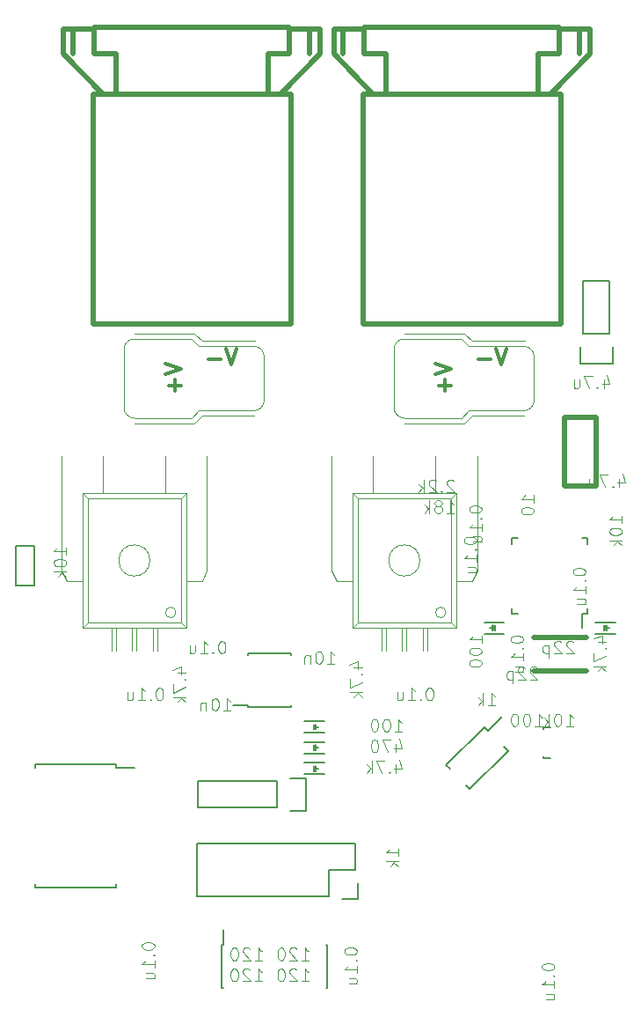
<source format=gbr>
G04 #@! TF.FileFunction,Legend,Bot*
%FSLAX46Y46*%
G04 Gerber Fmt 4.6, Leading zero omitted, Abs format (unit mm)*
G04 Created by KiCad (PCBNEW 4.0.4-stable) date 12/22/16 13:47:29*
%MOMM*%
%LPD*%
G01*
G04 APERTURE LIST*
%ADD10C,0.100000*%
%ADD11C,0.150000*%
%ADD12C,0.500000*%
%ADD13C,0.200000*%
%ADD14C,0.101600*%
%ADD15C,0.304800*%
G04 APERTURE END LIST*
D10*
X59000000Y-46500000D02*
X59000000Y-34500000D01*
X50000000Y-46500000D02*
X59000000Y-46500000D01*
X59000000Y-46500000D02*
X59500000Y-47000000D01*
X50000000Y-34500000D02*
X50000000Y-46500000D01*
X50000000Y-46500000D02*
X49500000Y-47000000D01*
X50000000Y-34500000D02*
X49500000Y-34000000D01*
X59000000Y-34500000D02*
X50000000Y-34500000D01*
X59500000Y-34000000D02*
X59000000Y-34500000D01*
X47500000Y-41500000D02*
X47500000Y-30500000D01*
X48000000Y-42500000D02*
X49500000Y-42500000D01*
X48000000Y-42500000D02*
X47500000Y-41500000D01*
X61500000Y-41500000D02*
X61500000Y-30500000D01*
X61000000Y-42500000D02*
X59500000Y-42500000D01*
X61500000Y-41500000D02*
X61000000Y-42500000D01*
X58500000Y-45500000D02*
G75*
G03X58500000Y-45500000I-500000J0D01*
G01*
X56000000Y-40500000D02*
G75*
G03X56000000Y-40500000I-1500000J0D01*
G01*
X52300000Y-47000000D02*
X52300000Y-49200000D01*
X52700000Y-47000000D02*
X52700000Y-49200000D01*
X56300000Y-47000000D02*
X56300000Y-49200000D01*
X56700000Y-47000000D02*
X56700000Y-49200000D01*
X54300000Y-47000000D02*
X54300000Y-49200000D01*
X54700000Y-47000000D02*
X54700000Y-49200000D01*
X51500000Y-30500000D02*
X51500000Y-34000000D01*
X57500000Y-30500000D02*
X57500000Y-34000000D01*
X49500000Y-47000000D02*
X59500000Y-47000000D01*
X59500000Y-34000000D02*
X49500000Y-34000000D01*
X59500000Y-34000000D02*
X59500000Y-47000000D01*
X49500000Y-34000000D02*
X49500000Y-47000000D01*
X33000000Y-46500000D02*
X33000000Y-34500000D01*
X24000000Y-46500000D02*
X33000000Y-46500000D01*
X33000000Y-46500000D02*
X33500000Y-47000000D01*
X24000000Y-34500000D02*
X24000000Y-46500000D01*
X24000000Y-46500000D02*
X23500000Y-47000000D01*
X24000000Y-34500000D02*
X23500000Y-34000000D01*
X33000000Y-34500000D02*
X24000000Y-34500000D01*
X33500000Y-34000000D02*
X33000000Y-34500000D01*
X21500000Y-41500000D02*
X21500000Y-30500000D01*
X22000000Y-42500000D02*
X23500000Y-42500000D01*
X22000000Y-42500000D02*
X21500000Y-41500000D01*
X35500000Y-41500000D02*
X35500000Y-30500000D01*
X35000000Y-42500000D02*
X33500000Y-42500000D01*
X35500000Y-41500000D02*
X35000000Y-42500000D01*
X32500000Y-45500000D02*
G75*
G03X32500000Y-45500000I-500000J0D01*
G01*
X30000000Y-40500000D02*
G75*
G03X30000000Y-40500000I-1500000J0D01*
G01*
X26300000Y-47000000D02*
X26300000Y-49200000D01*
X26700000Y-47000000D02*
X26700000Y-49200000D01*
X30300000Y-47000000D02*
X30300000Y-49200000D01*
X30700000Y-47000000D02*
X30700000Y-49200000D01*
X28300000Y-47000000D02*
X28300000Y-49200000D01*
X28700000Y-47000000D02*
X28700000Y-49200000D01*
X25500000Y-30500000D02*
X25500000Y-34000000D01*
X31500000Y-30500000D02*
X31500000Y-34000000D01*
X23500000Y-47000000D02*
X33500000Y-47000000D01*
X33500000Y-34000000D02*
X23500000Y-34000000D01*
X33500000Y-34000000D02*
X33500000Y-47000000D01*
X23500000Y-34000000D02*
X23500000Y-47000000D01*
D11*
X42230000Y-64270000D02*
X34610000Y-64270000D01*
X42230000Y-61730000D02*
X34610000Y-61730000D01*
X45050000Y-61450000D02*
X43500000Y-61450000D01*
X34610000Y-64270000D02*
X34610000Y-61730000D01*
X42230000Y-61730000D02*
X42230000Y-64270000D01*
X43500000Y-64550000D02*
X45050000Y-64550000D01*
X45050000Y-64550000D02*
X45050000Y-61450000D01*
D12*
X22600000Y8200000D02*
X22600000Y10600000D01*
X21700000Y10600000D02*
X21700000Y8200000D01*
X24600000Y10600000D02*
X21700000Y10600000D01*
X46400000Y10600000D02*
X46400000Y8200000D01*
X45400000Y8200000D02*
X45400000Y10600000D01*
X43400000Y10600000D02*
X46400000Y10600000D01*
X24600000Y10800000D02*
X43400000Y10800000D01*
X46400000Y8200000D02*
X42600000Y4300000D01*
X21700000Y8200000D02*
X25500000Y4300000D01*
X26700000Y8200000D02*
X26700000Y4300000D01*
X41400000Y8200000D02*
X41400000Y4300000D01*
X43400000Y8200000D02*
X41400000Y8200000D01*
X43400000Y8200000D02*
X43400000Y10800000D01*
X24600000Y8200000D02*
X26700000Y8200000D01*
X24600000Y8200000D02*
X24600000Y10800000D01*
X24500000Y-17800000D02*
X43600000Y-17800000D01*
X43600000Y-17800000D02*
X43600000Y4300000D01*
X43600000Y4300000D02*
X24500000Y4300000D01*
X24500000Y-17800000D02*
X24500000Y4300000D01*
X48600000Y8200000D02*
X48600000Y10600000D01*
X47700000Y10600000D02*
X47700000Y8200000D01*
X50600000Y10600000D02*
X47700000Y10600000D01*
X72400000Y10600000D02*
X72400000Y8200000D01*
X71400000Y8200000D02*
X71400000Y10600000D01*
X69400000Y10600000D02*
X72400000Y10600000D01*
X50600000Y10800000D02*
X69400000Y10800000D01*
X72400000Y8200000D02*
X68600000Y4300000D01*
X47700000Y8200000D02*
X51500000Y4300000D01*
X52700000Y8200000D02*
X52700000Y4300000D01*
X67400000Y8200000D02*
X67400000Y4300000D01*
X69400000Y8200000D02*
X67400000Y8200000D01*
X69400000Y8200000D02*
X69400000Y10800000D01*
X50600000Y8200000D02*
X52700000Y8200000D01*
X50600000Y8200000D02*
X50600000Y10800000D01*
X50500000Y-17800000D02*
X69600000Y-17800000D01*
X69600000Y-17800000D02*
X69600000Y4300000D01*
X69600000Y4300000D02*
X50500000Y4300000D01*
X50500000Y-17800000D02*
X50500000Y4300000D01*
D11*
X39425000Y-54575000D02*
X39425000Y-54430000D01*
X43575000Y-54575000D02*
X43575000Y-54430000D01*
X43575000Y-49425000D02*
X43575000Y-49570000D01*
X39425000Y-49425000D02*
X39425000Y-49570000D01*
X39425000Y-54575000D02*
X43575000Y-54575000D01*
X39425000Y-49425000D02*
X43575000Y-49425000D01*
X39425000Y-54430000D02*
X38025000Y-54430000D01*
X26735000Y-60090000D02*
X26735000Y-60435000D01*
X18985000Y-60090000D02*
X18985000Y-60435000D01*
X18985000Y-71990000D02*
X18985000Y-71645000D01*
X26735000Y-71990000D02*
X26735000Y-71645000D01*
X26735000Y-60090000D02*
X18985000Y-60090000D01*
X26735000Y-71990000D02*
X18985000Y-71990000D01*
X26735000Y-60435000D02*
X28560000Y-60435000D01*
X34530000Y-67690000D02*
X49770000Y-67690000D01*
X47230000Y-72770000D02*
X34530000Y-72770000D01*
X34530000Y-67690000D02*
X34530000Y-72770000D01*
X49770000Y-67690000D02*
X49770000Y-70230000D01*
X50050000Y-71500000D02*
X50050000Y-73050000D01*
X49770000Y-70230000D02*
X47230000Y-70230000D01*
X47230000Y-70230000D02*
X47230000Y-72770000D01*
X50050000Y-73050000D02*
X48500000Y-73050000D01*
X74550000Y-20000000D02*
X74550000Y-21550000D01*
X74550000Y-21550000D02*
X71450000Y-21550000D01*
X71450000Y-21550000D02*
X71450000Y-20000000D01*
X74270000Y-18730000D02*
X74270000Y-13650000D01*
X74270000Y-13650000D02*
X71730000Y-13650000D01*
X71730000Y-13650000D02*
X71730000Y-18730000D01*
X71730000Y-18730000D02*
X74270000Y-18730000D01*
D12*
X73000000Y-26700000D02*
X69900000Y-26700000D01*
X73000000Y-33300000D02*
X69900000Y-33300000D01*
X69900000Y-33300000D02*
X69900000Y-26700000D01*
X73000000Y-33300000D02*
X73000000Y-26700000D01*
X72000000Y-51100000D02*
X67000000Y-51100000D01*
X67000000Y-47900000D02*
X72000000Y-47900000D01*
D11*
X18889000Y-39095000D02*
X18889000Y-42905000D01*
X18889000Y-42905000D02*
X17111000Y-42905000D01*
X17111000Y-42905000D02*
X17111000Y-39095000D01*
X18889000Y-39095000D02*
X17111000Y-39095000D01*
X36925000Y-77425000D02*
X37030000Y-77425000D01*
X36925000Y-81575000D02*
X37030000Y-81575000D01*
X47075000Y-81575000D02*
X46970000Y-81575000D01*
X47075000Y-77425000D02*
X46970000Y-77425000D01*
X36925000Y-77425000D02*
X36925000Y-81575000D01*
X47075000Y-77425000D02*
X47075000Y-81575000D01*
X37030000Y-77425000D02*
X37030000Y-76050000D01*
X68550800Y-56500180D02*
X67849760Y-56500180D01*
X67849760Y-56500180D02*
X67849760Y-56749100D01*
X67849760Y-59299160D02*
X67849760Y-59499820D01*
X67849760Y-59499820D02*
X68550800Y-59499820D01*
D13*
X64116295Y-58439340D02*
X64469848Y-58792893D01*
X64469848Y-58792893D02*
X60792893Y-62469848D01*
X60792893Y-62469848D02*
X60439340Y-62116295D01*
X62560660Y-56883705D02*
X62207107Y-56530152D01*
X62207107Y-56530152D02*
X58530152Y-60207107D01*
X58530152Y-60207107D02*
X58883705Y-60560660D01*
X63904163Y-55540202D02*
X62560660Y-56883705D01*
D11*
X72125000Y-45625000D02*
X71600000Y-45625000D01*
X72125000Y-38375000D02*
X71600000Y-38375000D01*
X64875000Y-38375000D02*
X65400000Y-38375000D01*
X64875000Y-45625000D02*
X65400000Y-45625000D01*
X72125000Y-45625000D02*
X72125000Y-45100000D01*
X64875000Y-45625000D02*
X64875000Y-45100000D01*
X64875000Y-38375000D02*
X64875000Y-38900000D01*
X72125000Y-38375000D02*
X72125000Y-38900000D01*
X71600000Y-45625000D02*
X71600000Y-47000000D01*
D10*
X28500000Y-27300000D02*
X34300000Y-27300000D01*
X40000000Y-26600000D02*
X35000000Y-26600000D01*
X40100000Y-19400000D02*
X35000000Y-19400000D01*
X28500000Y-18700000D02*
X34300000Y-18700000D01*
X28500000Y-19200000D02*
X34000000Y-19200000D01*
X27500000Y-25800000D02*
X27500000Y-20200000D01*
X34000000Y-26800000D02*
X28500000Y-26800000D01*
X40000000Y-26100000D02*
X34700000Y-26100000D01*
X40000000Y-19900000D02*
X34700000Y-19900000D01*
X41000000Y-25100000D02*
X41000000Y-20900000D01*
X41000000Y-25100000D02*
G75*
G02X40000000Y-26100000I-1000000J0D01*
G01*
X40000000Y-19900000D02*
G75*
G02X41000000Y-20900000I0J-1000000D01*
G01*
X28500000Y-26800000D02*
G75*
G02X27500000Y-25800000I0J1000000D01*
G01*
X27500000Y-20200000D02*
G75*
G02X28500000Y-19200000I1000000J0D01*
G01*
X34300000Y-18700000D02*
X35000000Y-19400000D01*
X34300000Y-27300000D02*
X35000000Y-26600000D01*
X34000000Y-26800000D02*
X34700000Y-26100000D01*
X34000000Y-19200000D02*
X34700000Y-19900000D01*
X54500000Y-27300000D02*
X60300000Y-27300000D01*
X66000000Y-26600000D02*
X61000000Y-26600000D01*
X66100000Y-19400000D02*
X61000000Y-19400000D01*
X54500000Y-18700000D02*
X60300000Y-18700000D01*
X54500000Y-19200000D02*
X60000000Y-19200000D01*
X53500000Y-25800000D02*
X53500000Y-20200000D01*
X60000000Y-26800000D02*
X54500000Y-26800000D01*
X66000000Y-26100000D02*
X60700000Y-26100000D01*
X66000000Y-19900000D02*
X60700000Y-19900000D01*
X67000000Y-25100000D02*
X67000000Y-20900000D01*
X67000000Y-25100000D02*
G75*
G02X66000000Y-26100000I-1000000J0D01*
G01*
X66000000Y-19900000D02*
G75*
G02X67000000Y-20900000I0J-1000000D01*
G01*
X54500000Y-26800000D02*
G75*
G02X53500000Y-25800000I0J1000000D01*
G01*
X53500000Y-20200000D02*
G75*
G02X54500000Y-19200000I1000000J0D01*
G01*
X60300000Y-18700000D02*
X61000000Y-19400000D01*
X60300000Y-27300000D02*
X61000000Y-26600000D01*
X60000000Y-26800000D02*
X60700000Y-26100000D01*
X60000000Y-19200000D02*
X60700000Y-19900000D01*
D11*
X44900000Y-59950000D02*
X46800000Y-59950000D01*
X44900000Y-61050000D02*
X46800000Y-61050000D01*
X45800000Y-60500000D02*
X46250000Y-60500000D01*
X45750000Y-60750000D02*
X45750000Y-60250000D01*
X45750000Y-60500000D02*
X46000000Y-60750000D01*
X46000000Y-60750000D02*
X46000000Y-60250000D01*
X46000000Y-60250000D02*
X45750000Y-60500000D01*
X44900000Y-57950000D02*
X46800000Y-57950000D01*
X44900000Y-59050000D02*
X46800000Y-59050000D01*
X45800000Y-58500000D02*
X46250000Y-58500000D01*
X45750000Y-58750000D02*
X45750000Y-58250000D01*
X45750000Y-58500000D02*
X46000000Y-58750000D01*
X46000000Y-58750000D02*
X46000000Y-58250000D01*
X46000000Y-58250000D02*
X45750000Y-58500000D01*
X44900000Y-55950000D02*
X46800000Y-55950000D01*
X44900000Y-57050000D02*
X46800000Y-57050000D01*
X45800000Y-56500000D02*
X46250000Y-56500000D01*
X45750000Y-56750000D02*
X45750000Y-56250000D01*
X45750000Y-56500000D02*
X46000000Y-56750000D01*
X46000000Y-56750000D02*
X46000000Y-56250000D01*
X46000000Y-56250000D02*
X45750000Y-56500000D01*
X64100000Y-47550000D02*
X62200000Y-47550000D01*
X64100000Y-46450000D02*
X62200000Y-46450000D01*
X63200000Y-47000000D02*
X62750000Y-47000000D01*
X63250000Y-46750000D02*
X63250000Y-47250000D01*
X63250000Y-47000000D02*
X63000000Y-46750000D01*
X63000000Y-46750000D02*
X63000000Y-47250000D01*
X63000000Y-47250000D02*
X63250000Y-47000000D01*
X72900000Y-46450000D02*
X74800000Y-46450000D01*
X72900000Y-47550000D02*
X74800000Y-47550000D01*
X73800000Y-47000000D02*
X74250000Y-47000000D01*
X73750000Y-47250000D02*
X73750000Y-46750000D01*
X73750000Y-47000000D02*
X74000000Y-47250000D01*
X74000000Y-47250000D02*
X74000000Y-46750000D01*
X74000000Y-46750000D02*
X73750000Y-47000000D01*
D14*
X36982929Y-48236048D02*
X36868024Y-48236048D01*
X36753119Y-48293500D01*
X36695667Y-48350952D01*
X36638214Y-48465857D01*
X36580762Y-48695667D01*
X36580762Y-48982929D01*
X36638214Y-49212738D01*
X36695667Y-49327643D01*
X36753119Y-49385095D01*
X36868024Y-49442548D01*
X36982929Y-49442548D01*
X37097833Y-49385095D01*
X37155286Y-49327643D01*
X37212738Y-49212738D01*
X37270190Y-48982929D01*
X37270190Y-48695667D01*
X37212738Y-48465857D01*
X37155286Y-48350952D01*
X37097833Y-48293500D01*
X36982929Y-48236048D01*
X36063690Y-49327643D02*
X36006238Y-49385095D01*
X36063690Y-49442548D01*
X36121142Y-49385095D01*
X36063690Y-49327643D01*
X36063690Y-49442548D01*
X34857190Y-49442548D02*
X35546618Y-49442548D01*
X35201904Y-49442548D02*
X35201904Y-48236048D01*
X35316809Y-48408405D01*
X35431714Y-48523310D01*
X35546618Y-48580762D01*
X33823047Y-48638214D02*
X33823047Y-49442548D01*
X34340118Y-48638214D02*
X34340118Y-49270190D01*
X34282666Y-49385095D01*
X34167761Y-49442548D01*
X33995404Y-49442548D01*
X33880499Y-49385095D01*
X33823047Y-49327643D01*
X67736048Y-79517071D02*
X67736048Y-79631976D01*
X67793500Y-79746881D01*
X67850952Y-79804333D01*
X67965857Y-79861786D01*
X68195667Y-79919238D01*
X68482929Y-79919238D01*
X68712738Y-79861786D01*
X68827643Y-79804333D01*
X68885095Y-79746881D01*
X68942548Y-79631976D01*
X68942548Y-79517071D01*
X68885095Y-79402167D01*
X68827643Y-79344714D01*
X68712738Y-79287262D01*
X68482929Y-79229810D01*
X68195667Y-79229810D01*
X67965857Y-79287262D01*
X67850952Y-79344714D01*
X67793500Y-79402167D01*
X67736048Y-79517071D01*
X68827643Y-80436310D02*
X68885095Y-80493762D01*
X68942548Y-80436310D01*
X68885095Y-80378858D01*
X68827643Y-80436310D01*
X68942548Y-80436310D01*
X68942548Y-81642810D02*
X68942548Y-80953382D01*
X68942548Y-81298096D02*
X67736048Y-81298096D01*
X67908405Y-81183191D01*
X68023310Y-81068286D01*
X68080762Y-80953382D01*
X68138214Y-82676953D02*
X68942548Y-82676953D01*
X68138214Y-82159882D02*
X68770190Y-82159882D01*
X68885095Y-82217334D01*
X68942548Y-82332239D01*
X68942548Y-82504596D01*
X68885095Y-82619501D01*
X68827643Y-82676953D01*
X30982929Y-52736048D02*
X30868024Y-52736048D01*
X30753119Y-52793500D01*
X30695667Y-52850952D01*
X30638214Y-52965857D01*
X30580762Y-53195667D01*
X30580762Y-53482929D01*
X30638214Y-53712738D01*
X30695667Y-53827643D01*
X30753119Y-53885095D01*
X30868024Y-53942548D01*
X30982929Y-53942548D01*
X31097833Y-53885095D01*
X31155286Y-53827643D01*
X31212738Y-53712738D01*
X31270190Y-53482929D01*
X31270190Y-53195667D01*
X31212738Y-52965857D01*
X31155286Y-52850952D01*
X31097833Y-52793500D01*
X30982929Y-52736048D01*
X30063690Y-53827643D02*
X30006238Y-53885095D01*
X30063690Y-53942548D01*
X30121142Y-53885095D01*
X30063690Y-53827643D01*
X30063690Y-53942548D01*
X28857190Y-53942548D02*
X29546618Y-53942548D01*
X29201904Y-53942548D02*
X29201904Y-52736048D01*
X29316809Y-52908405D01*
X29431714Y-53023310D01*
X29546618Y-53080762D01*
X27823047Y-53138214D02*
X27823047Y-53942548D01*
X28340118Y-53138214D02*
X28340118Y-53770190D01*
X28282666Y-53885095D01*
X28167761Y-53942548D01*
X27995404Y-53942548D01*
X27880499Y-53885095D01*
X27823047Y-53827643D01*
X48736048Y-78017071D02*
X48736048Y-78131976D01*
X48793500Y-78246881D01*
X48850952Y-78304333D01*
X48965857Y-78361786D01*
X49195667Y-78419238D01*
X49482929Y-78419238D01*
X49712738Y-78361786D01*
X49827643Y-78304333D01*
X49885095Y-78246881D01*
X49942548Y-78131976D01*
X49942548Y-78017071D01*
X49885095Y-77902167D01*
X49827643Y-77844714D01*
X49712738Y-77787262D01*
X49482929Y-77729810D01*
X49195667Y-77729810D01*
X48965857Y-77787262D01*
X48850952Y-77844714D01*
X48793500Y-77902167D01*
X48736048Y-78017071D01*
X49827643Y-78936310D02*
X49885095Y-78993762D01*
X49942548Y-78936310D01*
X49885095Y-78878858D01*
X49827643Y-78936310D01*
X49942548Y-78936310D01*
X49942548Y-80142810D02*
X49942548Y-79453382D01*
X49942548Y-79798096D02*
X48736048Y-79798096D01*
X48908405Y-79683191D01*
X49023310Y-79568286D01*
X49080762Y-79453382D01*
X49138214Y-81176953D02*
X49942548Y-81176953D01*
X49138214Y-80659882D02*
X49770190Y-80659882D01*
X49885095Y-80717334D01*
X49942548Y-80832239D01*
X49942548Y-81004596D01*
X49885095Y-81119501D01*
X49827643Y-81176953D01*
X56982929Y-52736048D02*
X56868024Y-52736048D01*
X56753119Y-52793500D01*
X56695667Y-52850952D01*
X56638214Y-52965857D01*
X56580762Y-53195667D01*
X56580762Y-53482929D01*
X56638214Y-53712738D01*
X56695667Y-53827643D01*
X56753119Y-53885095D01*
X56868024Y-53942548D01*
X56982929Y-53942548D01*
X57097833Y-53885095D01*
X57155286Y-53827643D01*
X57212738Y-53712738D01*
X57270190Y-53482929D01*
X57270190Y-53195667D01*
X57212738Y-52965857D01*
X57155286Y-52850952D01*
X57097833Y-52793500D01*
X56982929Y-52736048D01*
X56063690Y-53827643D02*
X56006238Y-53885095D01*
X56063690Y-53942548D01*
X56121142Y-53885095D01*
X56063690Y-53827643D01*
X56063690Y-53942548D01*
X54857190Y-53942548D02*
X55546618Y-53942548D01*
X55201904Y-53942548D02*
X55201904Y-52736048D01*
X55316809Y-52908405D01*
X55431714Y-53023310D01*
X55546618Y-53080762D01*
X53823047Y-53138214D02*
X53823047Y-53942548D01*
X54340118Y-53138214D02*
X54340118Y-53770190D01*
X54282666Y-53885095D01*
X54167761Y-53942548D01*
X53995404Y-53942548D01*
X53880499Y-53885095D01*
X53823047Y-53827643D01*
X29236048Y-77517071D02*
X29236048Y-77631976D01*
X29293500Y-77746881D01*
X29350952Y-77804333D01*
X29465857Y-77861786D01*
X29695667Y-77919238D01*
X29982929Y-77919238D01*
X30212738Y-77861786D01*
X30327643Y-77804333D01*
X30385095Y-77746881D01*
X30442548Y-77631976D01*
X30442548Y-77517071D01*
X30385095Y-77402167D01*
X30327643Y-77344714D01*
X30212738Y-77287262D01*
X29982929Y-77229810D01*
X29695667Y-77229810D01*
X29465857Y-77287262D01*
X29350952Y-77344714D01*
X29293500Y-77402167D01*
X29236048Y-77517071D01*
X30327643Y-78436310D02*
X30385095Y-78493762D01*
X30442548Y-78436310D01*
X30385095Y-78378858D01*
X30327643Y-78436310D01*
X30442548Y-78436310D01*
X30442548Y-79642810D02*
X30442548Y-78953382D01*
X30442548Y-79298096D02*
X29236048Y-79298096D01*
X29408405Y-79183191D01*
X29523310Y-79068286D01*
X29580762Y-78953382D01*
X29638214Y-80676953D02*
X30442548Y-80676953D01*
X29638214Y-80159882D02*
X30270190Y-80159882D01*
X30385095Y-80217334D01*
X30442548Y-80332239D01*
X30442548Y-80504596D01*
X30385095Y-80619501D01*
X30327643Y-80676953D01*
X37080762Y-54942548D02*
X37770190Y-54942548D01*
X37425476Y-54942548D02*
X37425476Y-53736048D01*
X37540381Y-53908405D01*
X37655286Y-54023310D01*
X37770190Y-54080762D01*
X36333881Y-53736048D02*
X36218976Y-53736048D01*
X36104071Y-53793500D01*
X36046619Y-53850952D01*
X35989166Y-53965857D01*
X35931714Y-54195667D01*
X35931714Y-54482929D01*
X35989166Y-54712738D01*
X36046619Y-54827643D01*
X36104071Y-54885095D01*
X36218976Y-54942548D01*
X36333881Y-54942548D01*
X36448785Y-54885095D01*
X36506238Y-54827643D01*
X36563690Y-54712738D01*
X36621142Y-54482929D01*
X36621142Y-54195667D01*
X36563690Y-53965857D01*
X36506238Y-53850952D01*
X36448785Y-53793500D01*
X36333881Y-53736048D01*
X35414642Y-54138214D02*
X35414642Y-54942548D01*
X35414642Y-54253119D02*
X35357190Y-54195667D01*
X35242285Y-54138214D01*
X35069928Y-54138214D01*
X34955023Y-54195667D01*
X34897571Y-54310571D01*
X34897571Y-54942548D01*
X47080762Y-50442548D02*
X47770190Y-50442548D01*
X47425476Y-50442548D02*
X47425476Y-49236048D01*
X47540381Y-49408405D01*
X47655286Y-49523310D01*
X47770190Y-49580762D01*
X46333881Y-49236048D02*
X46218976Y-49236048D01*
X46104071Y-49293500D01*
X46046619Y-49350952D01*
X45989166Y-49465857D01*
X45931714Y-49695667D01*
X45931714Y-49982929D01*
X45989166Y-50212738D01*
X46046619Y-50327643D01*
X46104071Y-50385095D01*
X46218976Y-50442548D01*
X46333881Y-50442548D01*
X46448785Y-50385095D01*
X46506238Y-50327643D01*
X46563690Y-50212738D01*
X46621142Y-49982929D01*
X46621142Y-49695667D01*
X46563690Y-49465857D01*
X46506238Y-49350952D01*
X46448785Y-49293500D01*
X46333881Y-49236048D01*
X45414642Y-49638214D02*
X45414642Y-50442548D01*
X45414642Y-49753119D02*
X45357190Y-49695667D01*
X45242285Y-49638214D01*
X45069928Y-49638214D01*
X44955023Y-49695667D01*
X44897571Y-49810571D01*
X44897571Y-50442548D01*
X40080762Y-78942548D02*
X40770190Y-78942548D01*
X40425476Y-78942548D02*
X40425476Y-77736048D01*
X40540381Y-77908405D01*
X40655286Y-78023310D01*
X40770190Y-78080762D01*
X39621142Y-77850952D02*
X39563690Y-77793500D01*
X39448785Y-77736048D01*
X39161523Y-77736048D01*
X39046619Y-77793500D01*
X38989166Y-77850952D01*
X38931714Y-77965857D01*
X38931714Y-78080762D01*
X38989166Y-78253119D01*
X39678595Y-78942548D01*
X38931714Y-78942548D01*
X38184833Y-77736048D02*
X38069928Y-77736048D01*
X37955023Y-77793500D01*
X37897571Y-77850952D01*
X37840118Y-77965857D01*
X37782666Y-78195667D01*
X37782666Y-78482929D01*
X37840118Y-78712738D01*
X37897571Y-78827643D01*
X37955023Y-78885095D01*
X38069928Y-78942548D01*
X38184833Y-78942548D01*
X38299737Y-78885095D01*
X38357190Y-78827643D01*
X38414642Y-78712738D01*
X38472094Y-78482929D01*
X38472094Y-78195667D01*
X38414642Y-77965857D01*
X38357190Y-77850952D01*
X38299737Y-77793500D01*
X38184833Y-77736048D01*
X44580762Y-78942548D02*
X45270190Y-78942548D01*
X44925476Y-78942548D02*
X44925476Y-77736048D01*
X45040381Y-77908405D01*
X45155286Y-78023310D01*
X45270190Y-78080762D01*
X44121142Y-77850952D02*
X44063690Y-77793500D01*
X43948785Y-77736048D01*
X43661523Y-77736048D01*
X43546619Y-77793500D01*
X43489166Y-77850952D01*
X43431714Y-77965857D01*
X43431714Y-78080762D01*
X43489166Y-78253119D01*
X44178595Y-78942548D01*
X43431714Y-78942548D01*
X42684833Y-77736048D02*
X42569928Y-77736048D01*
X42455023Y-77793500D01*
X42397571Y-77850952D01*
X42340118Y-77965857D01*
X42282666Y-78195667D01*
X42282666Y-78482929D01*
X42340118Y-78712738D01*
X42397571Y-78827643D01*
X42455023Y-78885095D01*
X42569928Y-78942548D01*
X42684833Y-78942548D01*
X42799737Y-78885095D01*
X42857190Y-78827643D01*
X42914642Y-78712738D01*
X42972094Y-78482929D01*
X42972094Y-78195667D01*
X42914642Y-77965857D01*
X42857190Y-77850952D01*
X42799737Y-77793500D01*
X42684833Y-77736048D01*
X40080762Y-80942548D02*
X40770190Y-80942548D01*
X40425476Y-80942548D02*
X40425476Y-79736048D01*
X40540381Y-79908405D01*
X40655286Y-80023310D01*
X40770190Y-80080762D01*
X39621142Y-79850952D02*
X39563690Y-79793500D01*
X39448785Y-79736048D01*
X39161523Y-79736048D01*
X39046619Y-79793500D01*
X38989166Y-79850952D01*
X38931714Y-79965857D01*
X38931714Y-80080762D01*
X38989166Y-80253119D01*
X39678595Y-80942548D01*
X38931714Y-80942548D01*
X38184833Y-79736048D02*
X38069928Y-79736048D01*
X37955023Y-79793500D01*
X37897571Y-79850952D01*
X37840118Y-79965857D01*
X37782666Y-80195667D01*
X37782666Y-80482929D01*
X37840118Y-80712738D01*
X37897571Y-80827643D01*
X37955023Y-80885095D01*
X38069928Y-80942548D01*
X38184833Y-80942548D01*
X38299737Y-80885095D01*
X38357190Y-80827643D01*
X38414642Y-80712738D01*
X38472094Y-80482929D01*
X38472094Y-80195667D01*
X38414642Y-79965857D01*
X38357190Y-79850952D01*
X38299737Y-79793500D01*
X38184833Y-79736048D01*
X44580762Y-80942548D02*
X45270190Y-80942548D01*
X44925476Y-80942548D02*
X44925476Y-79736048D01*
X45040381Y-79908405D01*
X45155286Y-80023310D01*
X45270190Y-80080762D01*
X44121142Y-79850952D02*
X44063690Y-79793500D01*
X43948785Y-79736048D01*
X43661523Y-79736048D01*
X43546619Y-79793500D01*
X43489166Y-79850952D01*
X43431714Y-79965857D01*
X43431714Y-80080762D01*
X43489166Y-80253119D01*
X44178595Y-80942548D01*
X43431714Y-80942548D01*
X42684833Y-79736048D02*
X42569928Y-79736048D01*
X42455023Y-79793500D01*
X42397571Y-79850952D01*
X42340118Y-79965857D01*
X42282666Y-80195667D01*
X42282666Y-80482929D01*
X42340118Y-80712738D01*
X42397571Y-80827643D01*
X42455023Y-80885095D01*
X42569928Y-80942548D01*
X42684833Y-80942548D01*
X42799737Y-80885095D01*
X42857190Y-80827643D01*
X42914642Y-80712738D01*
X42972094Y-80482929D01*
X42972094Y-80195667D01*
X42914642Y-79965857D01*
X42857190Y-79850952D01*
X42799737Y-79793500D01*
X42684833Y-79736048D01*
X32638214Y-51304333D02*
X33442548Y-51304333D01*
X32178595Y-51017071D02*
X33040381Y-50729810D01*
X33040381Y-51476690D01*
X33327643Y-51936310D02*
X33385095Y-51993762D01*
X33442548Y-51936310D01*
X33385095Y-51878858D01*
X33327643Y-51936310D01*
X33442548Y-51936310D01*
X32236048Y-52395929D02*
X32236048Y-53200262D01*
X33442548Y-52683191D01*
X33442548Y-53659882D02*
X32236048Y-53659882D01*
X32982929Y-53774787D02*
X33442548Y-54119501D01*
X32638214Y-54119501D02*
X33097833Y-53659882D01*
X49638214Y-50804333D02*
X50442548Y-50804333D01*
X49178595Y-50517071D02*
X50040381Y-50229810D01*
X50040381Y-50976690D01*
X50327643Y-51436310D02*
X50385095Y-51493762D01*
X50442548Y-51436310D01*
X50385095Y-51378858D01*
X50327643Y-51436310D01*
X50442548Y-51436310D01*
X49236048Y-51895929D02*
X49236048Y-52700262D01*
X50442548Y-52183191D01*
X50442548Y-53159882D02*
X49236048Y-53159882D01*
X49982929Y-53274787D02*
X50442548Y-53619501D01*
X49638214Y-53619501D02*
X50097833Y-53159882D01*
X70770190Y-48350952D02*
X70712738Y-48293500D01*
X70597833Y-48236048D01*
X70310571Y-48236048D01*
X70195667Y-48293500D01*
X70138214Y-48350952D01*
X70080762Y-48465857D01*
X70080762Y-48580762D01*
X70138214Y-48753119D01*
X70827643Y-49442548D01*
X70080762Y-49442548D01*
X69621142Y-48350952D02*
X69563690Y-48293500D01*
X69448785Y-48236048D01*
X69161523Y-48236048D01*
X69046619Y-48293500D01*
X68989166Y-48350952D01*
X68931714Y-48465857D01*
X68931714Y-48580762D01*
X68989166Y-48753119D01*
X69678595Y-49442548D01*
X68931714Y-49442548D01*
X68414642Y-48638214D02*
X68414642Y-49844714D01*
X68414642Y-48695667D02*
X68299737Y-48638214D01*
X68069928Y-48638214D01*
X67955023Y-48695667D01*
X67897571Y-48753119D01*
X67840118Y-48868024D01*
X67840118Y-49212738D01*
X67897571Y-49327643D01*
X67955023Y-49385095D01*
X68069928Y-49442548D01*
X68299737Y-49442548D01*
X68414642Y-49385095D01*
X67270190Y-50850952D02*
X67212738Y-50793500D01*
X67097833Y-50736048D01*
X66810571Y-50736048D01*
X66695667Y-50793500D01*
X66638214Y-50850952D01*
X66580762Y-50965857D01*
X66580762Y-51080762D01*
X66638214Y-51253119D01*
X67327643Y-51942548D01*
X66580762Y-51942548D01*
X66121142Y-50850952D02*
X66063690Y-50793500D01*
X65948785Y-50736048D01*
X65661523Y-50736048D01*
X65546619Y-50793500D01*
X65489166Y-50850952D01*
X65431714Y-50965857D01*
X65431714Y-51080762D01*
X65489166Y-51253119D01*
X66178595Y-51942548D01*
X65431714Y-51942548D01*
X64914642Y-51138214D02*
X64914642Y-52344714D01*
X64914642Y-51195667D02*
X64799737Y-51138214D01*
X64569928Y-51138214D01*
X64455023Y-51195667D01*
X64397571Y-51253119D01*
X64340118Y-51368024D01*
X64340118Y-51712738D01*
X64397571Y-51827643D01*
X64455023Y-51885095D01*
X64569928Y-51942548D01*
X64799737Y-51942548D01*
X64914642Y-51885095D01*
X60736048Y-35517071D02*
X60736048Y-35631976D01*
X60793500Y-35746881D01*
X60850952Y-35804333D01*
X60965857Y-35861786D01*
X61195667Y-35919238D01*
X61482929Y-35919238D01*
X61712738Y-35861786D01*
X61827643Y-35804333D01*
X61885095Y-35746881D01*
X61942548Y-35631976D01*
X61942548Y-35517071D01*
X61885095Y-35402167D01*
X61827643Y-35344714D01*
X61712738Y-35287262D01*
X61482929Y-35229810D01*
X61195667Y-35229810D01*
X60965857Y-35287262D01*
X60850952Y-35344714D01*
X60793500Y-35402167D01*
X60736048Y-35517071D01*
X61827643Y-36436310D02*
X61885095Y-36493762D01*
X61942548Y-36436310D01*
X61885095Y-36378858D01*
X61827643Y-36436310D01*
X61942548Y-36436310D01*
X61942548Y-37642810D02*
X61942548Y-36953382D01*
X61942548Y-37298096D02*
X60736048Y-37298096D01*
X60908405Y-37183191D01*
X61023310Y-37068286D01*
X61080762Y-36953382D01*
X61138214Y-38676953D02*
X61942548Y-38676953D01*
X61138214Y-38159882D02*
X61770190Y-38159882D01*
X61885095Y-38217334D01*
X61942548Y-38332239D01*
X61942548Y-38504596D01*
X61885095Y-38619501D01*
X61827643Y-38676953D01*
X60236048Y-38517071D02*
X60236048Y-38631976D01*
X60293500Y-38746881D01*
X60350952Y-38804333D01*
X60465857Y-38861786D01*
X60695667Y-38919238D01*
X60982929Y-38919238D01*
X61212738Y-38861786D01*
X61327643Y-38804333D01*
X61385095Y-38746881D01*
X61442548Y-38631976D01*
X61442548Y-38517071D01*
X61385095Y-38402167D01*
X61327643Y-38344714D01*
X61212738Y-38287262D01*
X60982929Y-38229810D01*
X60695667Y-38229810D01*
X60465857Y-38287262D01*
X60350952Y-38344714D01*
X60293500Y-38402167D01*
X60236048Y-38517071D01*
X61327643Y-39436310D02*
X61385095Y-39493762D01*
X61442548Y-39436310D01*
X61385095Y-39378858D01*
X61327643Y-39436310D01*
X61442548Y-39436310D01*
X61442548Y-40642810D02*
X61442548Y-39953382D01*
X61442548Y-40298096D02*
X60236048Y-40298096D01*
X60408405Y-40183191D01*
X60523310Y-40068286D01*
X60580762Y-39953382D01*
X60638214Y-41676953D02*
X61442548Y-41676953D01*
X60638214Y-41159882D02*
X61270190Y-41159882D01*
X61385095Y-41217334D01*
X61442548Y-41332239D01*
X61442548Y-41504596D01*
X61385095Y-41619501D01*
X61327643Y-41676953D01*
X75442548Y-36919238D02*
X75442548Y-36229810D01*
X75442548Y-36574524D02*
X74236048Y-36574524D01*
X74408405Y-36459619D01*
X74523310Y-36344714D01*
X74580762Y-36229810D01*
X74236048Y-37666119D02*
X74236048Y-37781024D01*
X74293500Y-37895929D01*
X74350952Y-37953381D01*
X74465857Y-38010834D01*
X74695667Y-38068286D01*
X74982929Y-38068286D01*
X75212738Y-38010834D01*
X75327643Y-37953381D01*
X75385095Y-37895929D01*
X75442548Y-37781024D01*
X75442548Y-37666119D01*
X75385095Y-37551215D01*
X75327643Y-37493762D01*
X75212738Y-37436310D01*
X74982929Y-37378858D01*
X74695667Y-37378858D01*
X74465857Y-37436310D01*
X74350952Y-37493762D01*
X74293500Y-37551215D01*
X74236048Y-37666119D01*
X75442548Y-38585358D02*
X74236048Y-38585358D01*
X74982929Y-38700263D02*
X75442548Y-39044977D01*
X74638214Y-39044977D02*
X75097833Y-38585358D01*
X58580762Y-35942548D02*
X59270190Y-35942548D01*
X58925476Y-35942548D02*
X58925476Y-34736048D01*
X59040381Y-34908405D01*
X59155286Y-35023310D01*
X59270190Y-35080762D01*
X57891333Y-35253119D02*
X58006238Y-35195667D01*
X58063690Y-35138214D01*
X58121142Y-35023310D01*
X58121142Y-34965857D01*
X58063690Y-34850952D01*
X58006238Y-34793500D01*
X57891333Y-34736048D01*
X57661523Y-34736048D01*
X57546619Y-34793500D01*
X57489166Y-34850952D01*
X57431714Y-34965857D01*
X57431714Y-35023310D01*
X57489166Y-35138214D01*
X57546619Y-35195667D01*
X57661523Y-35253119D01*
X57891333Y-35253119D01*
X58006238Y-35310571D01*
X58063690Y-35368024D01*
X58121142Y-35482929D01*
X58121142Y-35712738D01*
X58063690Y-35827643D01*
X58006238Y-35885095D01*
X57891333Y-35942548D01*
X57661523Y-35942548D01*
X57546619Y-35885095D01*
X57489166Y-35827643D01*
X57431714Y-35712738D01*
X57431714Y-35482929D01*
X57489166Y-35368024D01*
X57546619Y-35310571D01*
X57661523Y-35253119D01*
X56914642Y-35942548D02*
X56914642Y-34736048D01*
X56799737Y-35482929D02*
X56455023Y-35942548D01*
X56455023Y-35138214D02*
X56914642Y-35597833D01*
X59270190Y-32850952D02*
X59212738Y-32793500D01*
X59097833Y-32736048D01*
X58810571Y-32736048D01*
X58695667Y-32793500D01*
X58638214Y-32850952D01*
X58580762Y-32965857D01*
X58580762Y-33080762D01*
X58638214Y-33253119D01*
X59327643Y-33942548D01*
X58580762Y-33942548D01*
X58063690Y-33827643D02*
X58006238Y-33885095D01*
X58063690Y-33942548D01*
X58121142Y-33885095D01*
X58063690Y-33827643D01*
X58063690Y-33942548D01*
X57546618Y-32850952D02*
X57489166Y-32793500D01*
X57374261Y-32736048D01*
X57086999Y-32736048D01*
X56972095Y-32793500D01*
X56914642Y-32850952D01*
X56857190Y-32965857D01*
X56857190Y-33080762D01*
X56914642Y-33253119D01*
X57604071Y-33942548D01*
X56857190Y-33942548D01*
X56340118Y-33942548D02*
X56340118Y-32736048D01*
X56225213Y-33482929D02*
X55880499Y-33942548D01*
X55880499Y-33138214D02*
X56340118Y-33597833D01*
X66942548Y-34919238D02*
X66942548Y-34229810D01*
X66942548Y-34574524D02*
X65736048Y-34574524D01*
X65908405Y-34459619D01*
X66023310Y-34344714D01*
X66080762Y-34229810D01*
X65736048Y-35666119D02*
X65736048Y-35781024D01*
X65793500Y-35895929D01*
X65850952Y-35953381D01*
X65965857Y-36010834D01*
X66195667Y-36068286D01*
X66482929Y-36068286D01*
X66712738Y-36010834D01*
X66827643Y-35953381D01*
X66885095Y-35895929D01*
X66942548Y-35781024D01*
X66942548Y-35666119D01*
X66885095Y-35551215D01*
X66827643Y-35493762D01*
X66712738Y-35436310D01*
X66482929Y-35378858D01*
X66195667Y-35378858D01*
X65965857Y-35436310D01*
X65850952Y-35493762D01*
X65793500Y-35551215D01*
X65736048Y-35666119D01*
X21942548Y-39919238D02*
X21942548Y-39229810D01*
X21942548Y-39574524D02*
X20736048Y-39574524D01*
X20908405Y-39459619D01*
X21023310Y-39344714D01*
X21080762Y-39229810D01*
X20736048Y-40666119D02*
X20736048Y-40781024D01*
X20793500Y-40895929D01*
X20850952Y-40953381D01*
X20965857Y-41010834D01*
X21195667Y-41068286D01*
X21482929Y-41068286D01*
X21712738Y-41010834D01*
X21827643Y-40953381D01*
X21885095Y-40895929D01*
X21942548Y-40781024D01*
X21942548Y-40666119D01*
X21885095Y-40551215D01*
X21827643Y-40493762D01*
X21712738Y-40436310D01*
X21482929Y-40378858D01*
X21195667Y-40378858D01*
X20965857Y-40436310D01*
X20850952Y-40493762D01*
X20793500Y-40551215D01*
X20736048Y-40666119D01*
X21942548Y-41585358D02*
X20736048Y-41585358D01*
X21482929Y-41700263D02*
X21942548Y-42044977D01*
X21138214Y-42044977D02*
X21597833Y-41585358D01*
X53942548Y-68919238D02*
X53942548Y-68229810D01*
X53942548Y-68574524D02*
X52736048Y-68574524D01*
X52908405Y-68459619D01*
X53023310Y-68344714D01*
X53080762Y-68229810D01*
X53942548Y-69436310D02*
X52736048Y-69436310D01*
X53482929Y-69551215D02*
X53942548Y-69895929D01*
X53138214Y-69895929D02*
X53597833Y-69436310D01*
X62580762Y-54442548D02*
X63270190Y-54442548D01*
X62925476Y-54442548D02*
X62925476Y-53236048D01*
X63040381Y-53408405D01*
X63155286Y-53523310D01*
X63270190Y-53580762D01*
X62063690Y-54442548D02*
X62063690Y-53236048D01*
X61948785Y-53982929D02*
X61604071Y-54442548D01*
X61604071Y-53638214D02*
X62063690Y-54097833D01*
X67080762Y-56442548D02*
X67770190Y-56442548D01*
X67425476Y-56442548D02*
X67425476Y-55236048D01*
X67540381Y-55408405D01*
X67655286Y-55523310D01*
X67770190Y-55580762D01*
X66333881Y-55236048D02*
X66218976Y-55236048D01*
X66104071Y-55293500D01*
X66046619Y-55350952D01*
X65989166Y-55465857D01*
X65931714Y-55695667D01*
X65931714Y-55982929D01*
X65989166Y-56212738D01*
X66046619Y-56327643D01*
X66104071Y-56385095D01*
X66218976Y-56442548D01*
X66333881Y-56442548D01*
X66448785Y-56385095D01*
X66506238Y-56327643D01*
X66563690Y-56212738D01*
X66621142Y-55982929D01*
X66621142Y-55695667D01*
X66563690Y-55465857D01*
X66506238Y-55350952D01*
X66448785Y-55293500D01*
X66333881Y-55236048D01*
X65184833Y-55236048D02*
X65069928Y-55236048D01*
X64955023Y-55293500D01*
X64897571Y-55350952D01*
X64840118Y-55465857D01*
X64782666Y-55695667D01*
X64782666Y-55982929D01*
X64840118Y-56212738D01*
X64897571Y-56327643D01*
X64955023Y-56385095D01*
X65069928Y-56442548D01*
X65184833Y-56442548D01*
X65299737Y-56385095D01*
X65357190Y-56327643D01*
X65414642Y-56212738D01*
X65472094Y-55982929D01*
X65472094Y-55695667D01*
X65414642Y-55465857D01*
X65357190Y-55350952D01*
X65299737Y-55293500D01*
X65184833Y-55236048D01*
X70080762Y-56442548D02*
X70770190Y-56442548D01*
X70425476Y-56442548D02*
X70425476Y-55236048D01*
X70540381Y-55408405D01*
X70655286Y-55523310D01*
X70770190Y-55580762D01*
X69333881Y-55236048D02*
X69218976Y-55236048D01*
X69104071Y-55293500D01*
X69046619Y-55350952D01*
X68989166Y-55465857D01*
X68931714Y-55695667D01*
X68931714Y-55982929D01*
X68989166Y-56212738D01*
X69046619Y-56327643D01*
X69104071Y-56385095D01*
X69218976Y-56442548D01*
X69333881Y-56442548D01*
X69448785Y-56385095D01*
X69506238Y-56327643D01*
X69563690Y-56212738D01*
X69621142Y-55982929D01*
X69621142Y-55695667D01*
X69563690Y-55465857D01*
X69506238Y-55350952D01*
X69448785Y-55293500D01*
X69333881Y-55236048D01*
X68414642Y-56442548D02*
X68414642Y-55236048D01*
X68299737Y-55982929D02*
X67955023Y-56442548D01*
X67955023Y-55638214D02*
X68414642Y-56097833D01*
X73695667Y-23138214D02*
X73695667Y-23942548D01*
X73982929Y-22678595D02*
X74270190Y-23540381D01*
X73523310Y-23540381D01*
X73063690Y-23827643D02*
X73006238Y-23885095D01*
X73063690Y-23942548D01*
X73121142Y-23885095D01*
X73063690Y-23827643D01*
X73063690Y-23942548D01*
X72604071Y-22736048D02*
X71799738Y-22736048D01*
X72316809Y-23942548D01*
X70823047Y-23138214D02*
X70823047Y-23942548D01*
X71340118Y-23138214D02*
X71340118Y-23770190D01*
X71282666Y-23885095D01*
X71167761Y-23942548D01*
X70995404Y-23942548D01*
X70880499Y-23885095D01*
X70823047Y-23827643D01*
X75195667Y-32638214D02*
X75195667Y-33442548D01*
X75482929Y-32178595D02*
X75770190Y-33040381D01*
X75023310Y-33040381D01*
X74563690Y-33327643D02*
X74506238Y-33385095D01*
X74563690Y-33442548D01*
X74621142Y-33385095D01*
X74563690Y-33327643D01*
X74563690Y-33442548D01*
X74104071Y-32236048D02*
X73299738Y-32236048D01*
X73816809Y-33442548D01*
X72323047Y-32638214D02*
X72323047Y-33442548D01*
X72840118Y-32638214D02*
X72840118Y-33270190D01*
X72782666Y-33385095D01*
X72667761Y-33442548D01*
X72495404Y-33442548D01*
X72380499Y-33385095D01*
X72323047Y-33327643D01*
X70736048Y-41517071D02*
X70736048Y-41631976D01*
X70793500Y-41746881D01*
X70850952Y-41804333D01*
X70965857Y-41861786D01*
X71195667Y-41919238D01*
X71482929Y-41919238D01*
X71712738Y-41861786D01*
X71827643Y-41804333D01*
X71885095Y-41746881D01*
X71942548Y-41631976D01*
X71942548Y-41517071D01*
X71885095Y-41402167D01*
X71827643Y-41344714D01*
X71712738Y-41287262D01*
X71482929Y-41229810D01*
X71195667Y-41229810D01*
X70965857Y-41287262D01*
X70850952Y-41344714D01*
X70793500Y-41402167D01*
X70736048Y-41517071D01*
X71827643Y-42436310D02*
X71885095Y-42493762D01*
X71942548Y-42436310D01*
X71885095Y-42378858D01*
X71827643Y-42436310D01*
X71942548Y-42436310D01*
X71942548Y-43642810D02*
X71942548Y-42953382D01*
X71942548Y-43298096D02*
X70736048Y-43298096D01*
X70908405Y-43183191D01*
X71023310Y-43068286D01*
X71080762Y-42953382D01*
X71138214Y-44676953D02*
X71942548Y-44676953D01*
X71138214Y-44159882D02*
X71770190Y-44159882D01*
X71885095Y-44217334D01*
X71942548Y-44332239D01*
X71942548Y-44504596D01*
X71885095Y-44619501D01*
X71827643Y-44676953D01*
X64736048Y-48017071D02*
X64736048Y-48131976D01*
X64793500Y-48246881D01*
X64850952Y-48304333D01*
X64965857Y-48361786D01*
X65195667Y-48419238D01*
X65482929Y-48419238D01*
X65712738Y-48361786D01*
X65827643Y-48304333D01*
X65885095Y-48246881D01*
X65942548Y-48131976D01*
X65942548Y-48017071D01*
X65885095Y-47902167D01*
X65827643Y-47844714D01*
X65712738Y-47787262D01*
X65482929Y-47729810D01*
X65195667Y-47729810D01*
X64965857Y-47787262D01*
X64850952Y-47844714D01*
X64793500Y-47902167D01*
X64736048Y-48017071D01*
X65827643Y-48936310D02*
X65885095Y-48993762D01*
X65942548Y-48936310D01*
X65885095Y-48878858D01*
X65827643Y-48936310D01*
X65942548Y-48936310D01*
X65942548Y-50142810D02*
X65942548Y-49453382D01*
X65942548Y-49798096D02*
X64736048Y-49798096D01*
X64908405Y-49683191D01*
X65023310Y-49568286D01*
X65080762Y-49453382D01*
X65138214Y-51176953D02*
X65942548Y-51176953D01*
X65138214Y-50659882D02*
X65770190Y-50659882D01*
X65885095Y-50717334D01*
X65942548Y-50832239D01*
X65942548Y-51004596D01*
X65885095Y-51119501D01*
X65827643Y-51176953D01*
D15*
X38351428Y-20165429D02*
X37843428Y-21689429D01*
X37335428Y-20165429D01*
X36827428Y-21108857D02*
X35666285Y-21108857D01*
X31465429Y-21548572D02*
X32989429Y-22056572D01*
X31465429Y-22564572D01*
X32408857Y-23072572D02*
X32408857Y-24233715D01*
X32989429Y-23653144D02*
X31828286Y-23653144D01*
X64351428Y-20165429D02*
X63843428Y-21689429D01*
X63335428Y-20165429D01*
X62827428Y-21108857D02*
X61666285Y-21108857D01*
X57465429Y-21548572D02*
X58989429Y-22056572D01*
X57465429Y-22564572D01*
X58408857Y-23072572D02*
X58408857Y-24233715D01*
X58989429Y-23653144D02*
X57828286Y-23653144D01*
D14*
X53695667Y-60138214D02*
X53695667Y-60942548D01*
X53982929Y-59678595D02*
X54270190Y-60540381D01*
X53523310Y-60540381D01*
X53063690Y-60827643D02*
X53006238Y-60885095D01*
X53063690Y-60942548D01*
X53121142Y-60885095D01*
X53063690Y-60827643D01*
X53063690Y-60942548D01*
X52604071Y-59736048D02*
X51799738Y-59736048D01*
X52316809Y-60942548D01*
X51340118Y-60942548D02*
X51340118Y-59736048D01*
X51225213Y-60482929D02*
X50880499Y-60942548D01*
X50880499Y-60138214D02*
X51340118Y-60597833D01*
X53695667Y-58138214D02*
X53695667Y-58942548D01*
X53982929Y-57678595D02*
X54270190Y-58540381D01*
X53523310Y-58540381D01*
X53178595Y-57736048D02*
X52374262Y-57736048D01*
X52891333Y-58942548D01*
X51684833Y-57736048D02*
X51569928Y-57736048D01*
X51455023Y-57793500D01*
X51397571Y-57850952D01*
X51340118Y-57965857D01*
X51282666Y-58195667D01*
X51282666Y-58482929D01*
X51340118Y-58712738D01*
X51397571Y-58827643D01*
X51455023Y-58885095D01*
X51569928Y-58942548D01*
X51684833Y-58942548D01*
X51799737Y-58885095D01*
X51857190Y-58827643D01*
X51914642Y-58712738D01*
X51972094Y-58482929D01*
X51972094Y-58195667D01*
X51914642Y-57965857D01*
X51857190Y-57850952D01*
X51799737Y-57793500D01*
X51684833Y-57736048D01*
X53580762Y-56942548D02*
X54270190Y-56942548D01*
X53925476Y-56942548D02*
X53925476Y-55736048D01*
X54040381Y-55908405D01*
X54155286Y-56023310D01*
X54270190Y-56080762D01*
X52833881Y-55736048D02*
X52718976Y-55736048D01*
X52604071Y-55793500D01*
X52546619Y-55850952D01*
X52489166Y-55965857D01*
X52431714Y-56195667D01*
X52431714Y-56482929D01*
X52489166Y-56712738D01*
X52546619Y-56827643D01*
X52604071Y-56885095D01*
X52718976Y-56942548D01*
X52833881Y-56942548D01*
X52948785Y-56885095D01*
X53006238Y-56827643D01*
X53063690Y-56712738D01*
X53121142Y-56482929D01*
X53121142Y-56195667D01*
X53063690Y-55965857D01*
X53006238Y-55850952D01*
X52948785Y-55793500D01*
X52833881Y-55736048D01*
X51684833Y-55736048D02*
X51569928Y-55736048D01*
X51455023Y-55793500D01*
X51397571Y-55850952D01*
X51340118Y-55965857D01*
X51282666Y-56195667D01*
X51282666Y-56482929D01*
X51340118Y-56712738D01*
X51397571Y-56827643D01*
X51455023Y-56885095D01*
X51569928Y-56942548D01*
X51684833Y-56942548D01*
X51799737Y-56885095D01*
X51857190Y-56827643D01*
X51914642Y-56712738D01*
X51972094Y-56482929D01*
X51972094Y-56195667D01*
X51914642Y-55965857D01*
X51857190Y-55850952D01*
X51799737Y-55793500D01*
X51684833Y-55736048D01*
X61942548Y-48419238D02*
X61942548Y-47729810D01*
X61942548Y-48074524D02*
X60736048Y-48074524D01*
X60908405Y-47959619D01*
X61023310Y-47844714D01*
X61080762Y-47729810D01*
X60736048Y-49166119D02*
X60736048Y-49281024D01*
X60793500Y-49395929D01*
X60850952Y-49453381D01*
X60965857Y-49510834D01*
X61195667Y-49568286D01*
X61482929Y-49568286D01*
X61712738Y-49510834D01*
X61827643Y-49453381D01*
X61885095Y-49395929D01*
X61942548Y-49281024D01*
X61942548Y-49166119D01*
X61885095Y-49051215D01*
X61827643Y-48993762D01*
X61712738Y-48936310D01*
X61482929Y-48878858D01*
X61195667Y-48878858D01*
X60965857Y-48936310D01*
X60850952Y-48993762D01*
X60793500Y-49051215D01*
X60736048Y-49166119D01*
X60736048Y-50315167D02*
X60736048Y-50430072D01*
X60793500Y-50544977D01*
X60850952Y-50602429D01*
X60965857Y-50659882D01*
X61195667Y-50717334D01*
X61482929Y-50717334D01*
X61712738Y-50659882D01*
X61827643Y-50602429D01*
X61885095Y-50544977D01*
X61942548Y-50430072D01*
X61942548Y-50315167D01*
X61885095Y-50200263D01*
X61827643Y-50142810D01*
X61712738Y-50085358D01*
X61482929Y-50027906D01*
X61195667Y-50027906D01*
X60965857Y-50085358D01*
X60850952Y-50142810D01*
X60793500Y-50200263D01*
X60736048Y-50315167D01*
X73138214Y-48304333D02*
X73942548Y-48304333D01*
X72678595Y-48017071D02*
X73540381Y-47729810D01*
X73540381Y-48476690D01*
X73827643Y-48936310D02*
X73885095Y-48993762D01*
X73942548Y-48936310D01*
X73885095Y-48878858D01*
X73827643Y-48936310D01*
X73942548Y-48936310D01*
X72736048Y-49395929D02*
X72736048Y-50200262D01*
X73942548Y-49683191D01*
X73942548Y-50659882D02*
X72736048Y-50659882D01*
X73482929Y-50774787D02*
X73942548Y-51119501D01*
X73138214Y-51119501D02*
X73597833Y-50659882D01*
M02*

</source>
